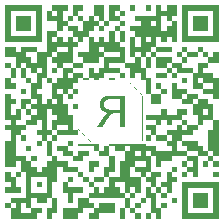
<source format=gbo>
G04*
G04 #@! TF.GenerationSoftware,Altium Limited,Altium Designer,22.1.2 (22)*
G04*
G04 Layer_Color=32896*
%FSLAX25Y25*%
%MOIN*%
G70*
G04*
G04 #@! TF.SameCoordinates,DE848DBD-6215-49A0-A964-8366D708164F*
G04*
G04*
G04 #@! TF.FilePolarity,Positive*
G04*
G01*
G75*
G36*
X116667Y99067D02*
X114933D01*
Y97333D01*
X116667D01*
Y90400D01*
X114933D01*
Y92133D01*
X113200D01*
Y90400D01*
X111467D01*
Y92133D01*
X109733D01*
Y88667D01*
X114933D01*
Y86933D01*
X109733D01*
Y88667D01*
X108000D01*
Y86933D01*
X109733D01*
Y85200D01*
X114933D01*
Y83467D01*
X118400D01*
Y81733D01*
X121867D01*
Y80000D01*
X123600D01*
Y83467D01*
X127067D01*
Y81733D01*
X125333D01*
Y80000D01*
X128800D01*
Y78267D01*
X130533D01*
Y71333D01*
X128800D01*
Y73067D01*
X125333D01*
Y74800D01*
X121867D01*
Y80000D01*
X116667D01*
Y81733D01*
X114933D01*
Y83467D01*
X113200D01*
Y81733D01*
X114933D01*
Y80000D01*
X116667D01*
Y78267D01*
X114933D01*
Y78544D01*
Y78613D01*
Y80000D01*
X113200D01*
Y81456D01*
Y81525D01*
Y81733D01*
X109733D01*
Y85200D01*
X108000D01*
Y86933D01*
X106267D01*
Y85200D01*
X108000D01*
Y83883D01*
Y83813D01*
Y81733D01*
X106267D01*
Y85200D01*
X104533D01*
Y86933D01*
X102800D01*
Y85200D01*
X104533D01*
Y81733D01*
X106267D01*
Y78267D01*
X108000D01*
Y73067D01*
X111467D01*
Y69600D01*
X108000D01*
Y73067D01*
X106267D01*
Y77781D01*
X104533D01*
Y79584D01*
Y79653D01*
Y80000D01*
X102800D01*
Y78267D01*
X101067D01*
Y81733D01*
X99333D01*
Y83467D01*
X94133D01*
Y81733D01*
X97600D01*
Y80000D01*
X99333D01*
Y78267D01*
X97600D01*
Y80000D01*
X92400D01*
Y78267D01*
X90667D01*
Y77781D01*
X94133D01*
Y78267D01*
X95867D01*
Y77781D01*
X101483D01*
Y77712D01*
X101552D01*
Y77643D01*
X101621D01*
Y77573D01*
X101691D01*
Y77504D01*
X101760D01*
Y77435D01*
X101829D01*
Y77365D01*
X101899D01*
Y77296D01*
X101968D01*
Y77227D01*
X102037D01*
Y77157D01*
X102107D01*
Y77088D01*
X102176D01*
Y77019D01*
X102245D01*
Y76949D01*
X102315D01*
Y76880D01*
X102384D01*
Y76811D01*
X102453D01*
Y76741D01*
X102523D01*
Y76672D01*
X102592D01*
Y76603D01*
X102661D01*
Y76533D01*
X102731D01*
Y76464D01*
X102800D01*
Y76395D01*
X102869D01*
Y76325D01*
X102939D01*
Y76256D01*
X103008D01*
Y76187D01*
X103077D01*
Y76117D01*
X103147D01*
Y76048D01*
X103216D01*
Y75979D01*
X103285D01*
Y75909D01*
X103355D01*
Y75840D01*
X103424D01*
Y75771D01*
X103493D01*
Y75701D01*
X103563D01*
Y75632D01*
X103632D01*
Y75563D01*
X103701D01*
Y75493D01*
X103771D01*
Y75424D01*
X103840D01*
Y75355D01*
X103909D01*
Y75285D01*
X103979D01*
Y75216D01*
X104048D01*
Y75147D01*
X104117D01*
Y75077D01*
X104187D01*
Y75008D01*
X104256D01*
Y74939D01*
X104325D01*
Y74869D01*
X104395D01*
Y74800D01*
X104464D01*
Y74731D01*
X104533D01*
Y74661D01*
X104603D01*
Y74592D01*
X104672D01*
Y74523D01*
X104741D01*
Y74453D01*
X104811D01*
Y74384D01*
X104880D01*
Y74315D01*
X104949D01*
Y74245D01*
X105019D01*
Y74176D01*
X105088D01*
Y74107D01*
X105157D01*
Y74037D01*
X105227D01*
Y73968D01*
X105296D01*
Y73899D01*
X105365D01*
Y73829D01*
X105435D01*
Y73760D01*
X105504D01*
Y73691D01*
X105573D01*
Y73621D01*
X105643D01*
Y73552D01*
X105712D01*
Y73483D01*
X105781D01*
Y73413D01*
X105851D01*
Y73344D01*
X105920D01*
Y73275D01*
X105989D01*
Y73205D01*
X106059D01*
Y73136D01*
X106128D01*
Y72997D01*
X106267D01*
Y66133D01*
X111467D01*
Y67867D01*
X113200D01*
Y66133D01*
X116667D01*
Y67867D01*
X120133D01*
Y66133D01*
X118400D01*
Y64400D01*
X120133D01*
Y62667D01*
X123600D01*
Y60933D01*
X121867D01*
Y59200D01*
X118400D01*
Y57467D01*
X123600D01*
Y55733D01*
X125333D01*
Y55040D01*
Y54971D01*
Y54000D01*
X127067D01*
Y52267D01*
X128800D01*
Y50880D01*
Y50811D01*
Y50533D01*
X130533D01*
Y48800D01*
X128800D01*
Y49355D01*
Y49424D01*
Y50533D01*
X127067D01*
Y52267D01*
X123600D01*
Y54000D01*
X120133D01*
Y55733D01*
X118400D01*
Y57467D01*
X116667D01*
Y54000D01*
X120133D01*
Y52267D01*
X123600D01*
Y45333D01*
X121867D01*
Y47067D01*
X120133D01*
Y48800D01*
X118400D01*
Y50533D01*
X120133D01*
Y48800D01*
X121867D01*
Y50533D01*
X120133D01*
Y50741D01*
Y50811D01*
Y52267D01*
X114933D01*
Y50533D01*
X111467D01*
Y48800D01*
X109733D01*
Y52267D01*
X108000D01*
Y54000D01*
X106267D01*
Y52267D01*
X108000D01*
Y47067D01*
X111467D01*
Y45333D01*
X109733D01*
Y41867D01*
X111467D01*
Y40133D01*
X113200D01*
Y38400D01*
X111467D01*
Y40133D01*
X109733D01*
Y41867D01*
X108000D01*
Y43600D01*
X106267D01*
Y45333D01*
X104533D01*
Y47067D01*
X102800D01*
Y48800D01*
X101067D01*
Y45333D01*
X104533D01*
Y40133D01*
X102800D01*
Y41867D01*
X101067D01*
Y40133D01*
X102800D01*
Y38400D01*
X101067D01*
Y40133D01*
X99333D01*
Y43600D01*
X95867D01*
Y41867D01*
X97600D01*
Y40133D01*
X99333D01*
Y38400D01*
X101067D01*
Y34933D01*
X102800D01*
Y33200D01*
X104533D01*
Y31467D01*
X102800D01*
Y33131D01*
Y33200D01*
X101067D01*
Y33269D01*
Y33339D01*
Y34933D01*
X99333D01*
Y38400D01*
X87200D01*
Y40133D01*
X88933D01*
Y41867D01*
X87200D01*
Y43600D01*
X85467D01*
Y45333D01*
X83733D01*
Y47067D01*
X78533D01*
Y48800D01*
X76800D01*
Y43600D01*
X75067D01*
Y38400D01*
X76800D01*
Y37429D01*
Y37360D01*
Y33200D01*
X75067D01*
Y31467D01*
X73333D01*
Y34933D01*
X75067D01*
Y38400D01*
X73333D01*
Y36667D01*
X69867D01*
Y38400D01*
X68133D01*
Y34933D01*
X71600D01*
Y33200D01*
X69867D01*
Y31467D01*
X61200D01*
Y34933D01*
X59467D01*
Y36528D01*
Y36597D01*
Y36667D01*
X61200D01*
Y34933D01*
X62933D01*
Y35141D01*
Y35211D01*
Y36667D01*
X61200D01*
Y38400D01*
X66400D01*
Y47067D01*
X64667D01*
Y50533D01*
X62933D01*
Y48800D01*
X59467D01*
Y57467D01*
X61200D01*
Y60933D01*
X59467D01*
Y62667D01*
X61200D01*
Y64400D01*
X59467D01*
Y73067D01*
X61200D01*
Y71333D01*
X62933D01*
Y69600D01*
X61200D01*
Y66133D01*
X62933D01*
Y67867D01*
X64667D01*
Y64400D01*
X62933D01*
Y62667D01*
X66400D01*
Y60933D01*
X64667D01*
Y59200D01*
X66400D01*
Y57467D01*
X64667D01*
Y59200D01*
X62933D01*
Y52267D01*
X66400D01*
Y50533D01*
X68133D01*
Y48800D01*
X69867D01*
Y47067D01*
X71600D01*
Y48800D01*
X73333D01*
Y50533D01*
X75067D01*
Y52267D01*
X73333D01*
Y57467D01*
X71600D01*
Y59200D01*
X69867D01*
Y60933D01*
X71600D01*
Y64400D01*
X69867D01*
Y62667D01*
X66400D01*
Y64400D01*
X68133D01*
Y66133D01*
X66400D01*
Y67867D01*
X64667D01*
Y69531D01*
Y69600D01*
Y71333D01*
X68133D01*
Y69600D01*
X69867D01*
Y71333D01*
X68133D01*
Y76533D01*
X66400D01*
Y76811D01*
Y76880D01*
Y78267D01*
X64667D01*
Y81733D01*
X62933D01*
Y85200D01*
X59467D01*
Y88667D01*
X62933D01*
Y86933D01*
X64667D01*
Y88667D01*
X69867D01*
Y86933D01*
X73333D01*
Y93867D01*
X76800D01*
Y92133D01*
X78533D01*
Y90400D01*
X80267D01*
Y92133D01*
X82000D01*
Y90400D01*
X83733D01*
Y88667D01*
X82000D01*
Y83467D01*
X85467D01*
Y81733D01*
X82000D01*
Y83467D01*
X78533D01*
Y81733D01*
X82000D01*
Y80000D01*
X85467D01*
Y78267D01*
X87200D01*
Y77781D01*
X88933D01*
Y78267D01*
X87200D01*
Y81733D01*
X88933D01*
Y80000D01*
X90667D01*
Y81733D01*
X92400D01*
Y85200D01*
X90667D01*
Y83467D01*
X85467D01*
Y85200D01*
X83733D01*
Y86933D01*
X87200D01*
Y92133D01*
X85467D01*
Y90400D01*
X83733D01*
Y92133D01*
X82000D01*
Y93867D01*
X80267D01*
Y95600D01*
X78533D01*
Y93867D01*
X76800D01*
Y94005D01*
Y94075D01*
Y97333D01*
X73333D01*
Y100800D01*
X75067D01*
Y99067D01*
X76800D01*
Y100800D01*
X75067D01*
Y102533D01*
X80267D01*
Y100800D01*
X78533D01*
Y97333D01*
X80267D01*
Y95600D01*
X83733D01*
Y93867D01*
X85467D01*
Y97333D01*
X83733D01*
Y99067D01*
X82000D01*
Y102533D01*
X85467D01*
Y101493D01*
Y101424D01*
Y100800D01*
X83733D01*
Y99067D01*
X85467D01*
Y97333D01*
X87200D01*
Y99067D01*
X88933D01*
Y97333D01*
X90667D01*
Y95600D01*
X92400D01*
Y93867D01*
X90667D01*
Y94005D01*
Y94075D01*
Y95600D01*
X88933D01*
Y93867D01*
X87200D01*
Y92133D01*
X88933D01*
Y90400D01*
X90667D01*
Y92133D01*
X92400D01*
Y90400D01*
X94133D01*
Y93867D01*
X95867D01*
Y90400D01*
X97600D01*
Y88667D01*
X99333D01*
Y83467D01*
X102800D01*
Y85200D01*
X101067D01*
Y92133D01*
X102800D01*
Y88667D01*
X104533D01*
Y92133D01*
X102800D01*
Y93867D01*
X101067D01*
Y95600D01*
X104533D01*
Y97333D01*
X102800D01*
Y99067D01*
X109733D01*
Y102533D01*
X111467D01*
Y100800D01*
X113200D01*
Y102533D01*
X116667D01*
Y99067D01*
D02*
G37*
G36*
X108000Y100800D02*
X106267D01*
Y102533D01*
X108000D01*
Y100800D01*
D02*
G37*
G36*
X102800D02*
X101067D01*
Y102533D01*
X102800D01*
Y100800D01*
D02*
G37*
G36*
X97600D02*
X99333D01*
Y99067D01*
X97600D01*
Y100800D01*
X95867D01*
Y99067D01*
X97600D01*
Y97333D01*
X99333D01*
Y95600D01*
X97600D01*
Y97333D01*
X94133D01*
Y102533D01*
X97600D01*
Y100800D01*
D02*
G37*
G36*
X82000Y97333D02*
X80267D01*
Y99067D01*
X82000D01*
Y97333D01*
D02*
G37*
G36*
X92400D02*
X94133D01*
Y95600D01*
X92400D01*
Y97333D01*
X90667D01*
Y99067D01*
X88933D01*
Y101147D01*
Y101216D01*
Y102533D01*
X92400D01*
Y97333D01*
D02*
G37*
G36*
X130533Y90400D02*
X118400D01*
Y96640D01*
Y96709D01*
Y102533D01*
X130533D01*
Y90400D01*
D02*
G37*
G36*
X97600Y93867D02*
X99333D01*
Y90400D01*
X97600D01*
Y93659D01*
Y93728D01*
Y93867D01*
X95867D01*
Y95600D01*
X97600D01*
Y93867D01*
D02*
G37*
G36*
X71600Y90400D02*
X59467D01*
Y102533D01*
X71600D01*
Y90400D01*
D02*
G37*
G36*
X120133Y86933D02*
X123600D01*
Y85200D01*
X120133D01*
Y85755D01*
Y85824D01*
Y86933D01*
X118400D01*
Y88667D01*
X120133D01*
Y86933D01*
D02*
G37*
G36*
X125333Y87003D02*
Y86933D01*
X127067D01*
Y85477D01*
Y85408D01*
Y85200D01*
X128800D01*
Y86933D01*
X130533D01*
Y83467D01*
X127067D01*
Y85200D01*
X125333D01*
Y86933D01*
X123600D01*
Y88667D01*
X125333D01*
Y87003D01*
D02*
G37*
G36*
X118400Y86864D02*
Y86795D01*
Y85200D01*
X120133D01*
Y83467D01*
X118400D01*
Y85200D01*
X116667D01*
Y86933D01*
X118400D01*
Y86864D01*
D02*
G37*
G36*
X113200Y78683D02*
Y78613D01*
Y78267D01*
X109733D01*
Y80000D01*
X113200D01*
Y78683D01*
D02*
G37*
G36*
X61200Y81733D02*
X62933D01*
Y79653D01*
Y79584D01*
Y78267D01*
X61200D01*
Y81733D01*
X59467D01*
Y83467D01*
X61200D01*
Y81733D01*
D02*
G37*
G36*
X120133Y76533D02*
X118400D01*
Y78267D01*
X120133D01*
Y76533D01*
D02*
G37*
G36*
X61200D02*
X62933D01*
Y74800D01*
X59467D01*
Y78267D01*
X61200D01*
Y76533D01*
D02*
G37*
G36*
X111467Y75909D02*
Y75840D01*
Y74800D01*
X113200D01*
Y73067D01*
X111467D01*
Y73413D01*
Y73483D01*
Y74800D01*
X109733D01*
Y76533D01*
X111467D01*
Y75909D01*
D02*
G37*
G36*
X66400Y73067D02*
X64667D01*
Y74315D01*
Y74384D01*
Y74800D01*
X66400D01*
Y73067D01*
D02*
G37*
G36*
X71600Y55733D02*
X69867D01*
Y57467D01*
X71600D01*
Y55733D01*
D02*
G37*
G36*
X68133Y54000D02*
X66400D01*
Y55733D01*
X68133D01*
Y54000D01*
D02*
G37*
G36*
X116667Y74800D02*
X120133D01*
Y73067D01*
X123600D01*
Y71333D01*
X127067D01*
Y69600D01*
X128800D01*
Y68005D01*
Y67936D01*
Y64400D01*
X130533D01*
Y52267D01*
X128800D01*
Y54000D01*
X127067D01*
Y57813D01*
Y57883D01*
Y60933D01*
X128800D01*
Y64400D01*
X125333D01*
Y62667D01*
X123600D01*
Y66133D01*
X121867D01*
Y69600D01*
X118400D01*
Y70640D01*
Y70709D01*
Y71333D01*
X114933D01*
Y76533D01*
X116667D01*
Y74800D01*
D02*
G37*
G36*
X69867Y52197D02*
Y52128D01*
Y50533D01*
X68133D01*
Y52267D01*
X69867D01*
Y52197D01*
D02*
G37*
G36*
X127067Y49008D02*
Y48939D01*
Y48800D01*
X125333D01*
Y50533D01*
X127067D01*
Y49008D01*
D02*
G37*
G36*
X116667Y48037D02*
Y47968D01*
Y47067D01*
X114933D01*
Y48800D01*
X116667D01*
Y48037D01*
D02*
G37*
G36*
X130533Y46235D02*
Y46165D01*
Y45333D01*
X128800D01*
Y47067D01*
X130533D01*
Y46235D01*
D02*
G37*
G36*
X120133Y45333D02*
X118400D01*
Y47067D01*
X120133D01*
Y45333D01*
D02*
G37*
G36*
X64667D02*
X62933D01*
Y47067D01*
X64667D01*
Y45333D01*
D02*
G37*
G36*
X82000Y43600D02*
X80267D01*
Y45333D01*
X82000D01*
Y43600D01*
D02*
G37*
G36*
X114933Y45333D02*
X116667D01*
Y43600D01*
X114933D01*
Y40133D01*
X113200D01*
Y41867D01*
X111467D01*
Y43600D01*
X113200D01*
Y47067D01*
X114933D01*
Y45333D01*
D02*
G37*
G36*
X61200D02*
X62933D01*
Y41867D01*
X64667D01*
Y40133D01*
X59467D01*
Y41867D01*
X61200D01*
Y43600D01*
X59467D01*
Y47067D01*
X61200D01*
Y45333D01*
D02*
G37*
G36*
X116667Y36667D02*
X114933D01*
Y38400D01*
X116667D01*
Y36667D01*
D02*
G37*
G36*
X106267D02*
X104533D01*
Y37637D01*
Y37707D01*
Y38400D01*
X106267D01*
Y36667D01*
D02*
G37*
G36*
X80267Y41867D02*
X85467D01*
Y40133D01*
X82000D01*
Y36667D01*
X80267D01*
Y38608D01*
Y38677D01*
Y40133D01*
X78533D01*
Y43600D01*
X80267D01*
Y41867D01*
D02*
G37*
G36*
X113200Y34933D02*
X111467D01*
Y36667D01*
X113200D01*
Y34933D01*
D02*
G37*
G36*
X104533D02*
X102800D01*
Y35280D01*
Y35349D01*
Y36667D01*
X104533D01*
Y34933D01*
D02*
G37*
G36*
X130533Y31467D02*
X118400D01*
Y33339D01*
Y33408D01*
Y43600D01*
X130533D01*
Y31467D01*
D02*
G37*
G36*
X108000Y40133D02*
X109733D01*
Y34933D01*
X111467D01*
Y32992D01*
Y32923D01*
Y31467D01*
X109733D01*
Y33200D01*
X108000D01*
Y38400D01*
X106267D01*
Y41867D01*
X108000D01*
Y40133D01*
D02*
G37*
G36*
Y31467D02*
X106267D01*
Y33200D01*
X108000D01*
Y31467D01*
D02*
G37*
G36*
X99333D02*
X97600D01*
Y34933D01*
X99333D01*
Y31467D01*
D02*
G37*
G36*
X87200Y36667D02*
X88933D01*
Y34933D01*
X90667D01*
Y36667D01*
X95867D01*
Y33200D01*
X90667D01*
Y31467D01*
X87200D01*
Y33200D01*
X88933D01*
Y34933D01*
X85467D01*
Y33200D01*
X83733D01*
Y31467D01*
X78533D01*
Y34933D01*
X83733D01*
Y38400D01*
X87200D01*
Y36667D01*
D02*
G37*
%LPC*%
G36*
X109733Y97333D02*
X108000D01*
Y96432D01*
Y96363D01*
Y95600D01*
X109733D01*
Y97333D01*
D02*
G37*
G36*
X113200Y99067D02*
X111467D01*
Y97056D01*
Y96987D01*
Y93867D01*
X113200D01*
Y95600D01*
X114933D01*
Y97333D01*
X113200D01*
Y99067D01*
D02*
G37*
G36*
X108000Y92133D02*
X106267D01*
Y90400D01*
X108000D01*
Y91440D01*
Y91509D01*
Y92133D01*
D02*
G37*
G36*
X76800D02*
X75067D01*
Y90400D01*
X76800D01*
Y92133D01*
D02*
G37*
G36*
X80267Y88667D02*
X76800D01*
Y86933D01*
X80267D01*
Y88667D01*
D02*
G37*
G36*
X92400D02*
X90667D01*
Y86933D01*
X92400D01*
Y85200D01*
X97600D01*
Y86933D01*
X92400D01*
Y88667D01*
D02*
G37*
G36*
X76800Y86933D02*
X75067D01*
Y85200D01*
X76800D01*
Y86933D01*
D02*
G37*
G36*
X69867D02*
X66400D01*
Y85200D01*
X68133D01*
Y83467D01*
X69867D01*
Y86933D01*
D02*
G37*
G36*
X71600Y81733D02*
X69867D01*
Y80000D01*
X71600D01*
Y81733D01*
D02*
G37*
G36*
X82000Y80000D02*
X80267D01*
Y78267D01*
X82000D01*
Y80000D01*
D02*
G37*
G36*
X85467Y78267D02*
X83733D01*
Y77781D01*
X85467D01*
Y78267D01*
D02*
G37*
G36*
X75067Y85200D02*
X73333D01*
Y78267D01*
X75067D01*
Y76533D01*
X76800D01*
Y78267D01*
X78533D01*
Y81733D01*
X76800D01*
Y83467D01*
X75067D01*
Y85200D01*
D02*
G37*
G36*
X66400Y83467D02*
X64667D01*
Y81733D01*
X66400D01*
Y81664D01*
Y81595D01*
Y78267D01*
X68133D01*
Y76533D01*
X69867D01*
Y80000D01*
X68133D01*
Y81733D01*
X66400D01*
Y83467D01*
D02*
G37*
G36*
X125333Y78267D02*
X123600D01*
Y76533D01*
X125333D01*
Y74800D01*
X128800D01*
Y76533D01*
X125333D01*
Y78267D01*
D02*
G37*
G36*
X83733Y76533D02*
X82000D01*
Y74800D01*
X83733D01*
Y76533D01*
D02*
G37*
G36*
X82000Y74800D02*
X80267D01*
Y73067D01*
X82000D01*
Y72304D01*
Y72235D01*
Y71333D01*
X80267D01*
Y73067D01*
X78533D01*
Y74800D01*
X76800D01*
Y73067D01*
X78533D01*
Y69600D01*
X80267D01*
Y66133D01*
X82000D01*
Y60933D01*
X83733D01*
Y59200D01*
X76800D01*
Y60933D01*
X75067D01*
Y64400D01*
X76800D01*
Y66133D01*
X75067D01*
Y67867D01*
X73333D01*
Y60933D01*
X75067D01*
Y59200D01*
X76800D01*
Y57467D01*
X75067D01*
Y57813D01*
Y57883D01*
Y59200D01*
X73333D01*
Y58853D01*
Y58784D01*
Y57467D01*
X75067D01*
Y52267D01*
X76800D01*
Y50533D01*
X80267D01*
Y48800D01*
X83733D01*
Y47067D01*
X85467D01*
Y45957D01*
Y45888D01*
Y45333D01*
X87200D01*
Y43600D01*
X88933D01*
Y41867D01*
X90667D01*
Y40133D01*
X92400D01*
Y41867D01*
X94133D01*
Y45333D01*
X92400D01*
Y48800D01*
X94133D01*
Y52267D01*
X90667D01*
Y54000D01*
X88933D01*
Y55733D01*
X83733D01*
Y56219D01*
X90667D01*
Y54000D01*
X92400D01*
Y55733D01*
X94133D01*
Y52267D01*
X95867D01*
Y50256D01*
Y50187D01*
Y47067D01*
X94133D01*
Y45333D01*
X97600D01*
Y50533D01*
X99333D01*
Y54000D01*
X95867D01*
Y55733D01*
X94133D01*
Y56219D01*
X106267D01*
Y55733D01*
X109733D01*
Y54000D01*
X114933D01*
Y55733D01*
X113200D01*
Y57467D01*
X109733D01*
Y59200D01*
X108000D01*
Y60933D01*
X106267D01*
Y59200D01*
X108000D01*
Y57467D01*
X106267D01*
Y56288D01*
X88587D01*
Y56357D01*
X88517D01*
Y56427D01*
X88448D01*
Y56496D01*
X88379D01*
Y56565D01*
X88309D01*
Y56635D01*
X88240D01*
Y56704D01*
X88171D01*
Y56773D01*
X88101D01*
Y56843D01*
X88032D01*
Y56912D01*
X87963D01*
Y56981D01*
X87893D01*
Y57051D01*
X87824D01*
Y57120D01*
X87755D01*
Y57189D01*
X87685D01*
Y57259D01*
X87616D01*
Y57328D01*
X87547D01*
Y57397D01*
X87477D01*
Y57467D01*
X87408D01*
Y57536D01*
X87339D01*
Y57605D01*
X87269D01*
Y57675D01*
X87200D01*
Y57744D01*
X87131D01*
Y57813D01*
X87061D01*
Y57883D01*
X86992D01*
Y57952D01*
X86923D01*
Y58021D01*
X86853D01*
Y58091D01*
X86784D01*
Y58160D01*
X86715D01*
Y58229D01*
X86645D01*
Y58299D01*
X86576D01*
Y58368D01*
X86507D01*
Y58437D01*
X86437D01*
Y58507D01*
X86368D01*
Y58576D01*
X86299D01*
Y58645D01*
X86229D01*
Y58715D01*
X86160D01*
Y58784D01*
X86091D01*
Y58853D01*
X86021D01*
Y58923D01*
X85952D01*
Y58992D01*
X85883D01*
Y59061D01*
X85813D01*
Y59131D01*
X85744D01*
Y59200D01*
X85675D01*
Y59269D01*
X85605D01*
Y59339D01*
X85536D01*
Y59408D01*
X85467D01*
Y59477D01*
X85397D01*
Y59547D01*
X85328D01*
Y59616D01*
X85259D01*
Y59685D01*
X85189D01*
Y59755D01*
X85120D01*
Y59824D01*
X85051D01*
Y59893D01*
X84981D01*
Y59963D01*
X84912D01*
Y60032D01*
X84843D01*
Y60101D01*
X84773D01*
Y60171D01*
X84704D01*
Y60240D01*
X84635D01*
Y60309D01*
X84565D01*
Y60379D01*
X84496D01*
Y60448D01*
X84427D01*
Y60517D01*
X84357D01*
Y60587D01*
X84288D01*
Y60656D01*
X84219D01*
Y60725D01*
X84149D01*
Y60795D01*
X84080D01*
Y60864D01*
X84011D01*
Y60933D01*
X83941D01*
Y61003D01*
X83872D01*
Y61072D01*
X83803D01*
Y61141D01*
X83733D01*
Y67867D01*
X82000D01*
Y69600D01*
X83733D01*
Y73067D01*
X82000D01*
Y74800D01*
D02*
G37*
G36*
X73333Y78267D02*
X71600D01*
Y74800D01*
X69867D01*
Y73067D01*
X71600D01*
Y69600D01*
X73333D01*
Y71333D01*
X75067D01*
Y69600D01*
X76800D01*
Y71333D01*
X75067D01*
Y76533D01*
X73333D01*
Y78267D01*
D02*
G37*
G36*
X68133Y69600D02*
X66400D01*
Y67867D01*
X68133D01*
Y66133D01*
X69867D01*
Y67867D01*
X68133D01*
Y69600D01*
D02*
G37*
G36*
X118400Y64400D02*
X114933D01*
Y62667D01*
X113200D01*
Y64400D01*
X111467D01*
Y62667D01*
X109733D01*
Y64400D01*
X106267D01*
Y62667D01*
X109733D01*
Y59200D01*
X113200D01*
Y57467D01*
X114933D01*
Y59200D01*
X113200D01*
Y60933D01*
X116667D01*
Y62667D01*
X118400D01*
Y60933D01*
X120133D01*
Y62667D01*
X118400D01*
Y64400D01*
D02*
G37*
G36*
X80267Y62667D02*
X76800D01*
Y60933D01*
X80267D01*
Y62667D01*
D02*
G37*
G36*
X101344Y77712D02*
X83872D01*
Y77643D01*
X83803D01*
Y61211D01*
X83872D01*
Y61141D01*
X83941D01*
Y61072D01*
X84011D01*
Y61003D01*
X84080D01*
Y60933D01*
X84149D01*
Y60864D01*
X84219D01*
Y60795D01*
X84288D01*
Y60725D01*
X84357D01*
Y60656D01*
X84427D01*
Y60587D01*
X84496D01*
Y60517D01*
X84565D01*
Y60448D01*
X84635D01*
Y60379D01*
X84704D01*
Y60309D01*
X84773D01*
Y60240D01*
X84843D01*
Y60171D01*
X84912D01*
Y60101D01*
X84981D01*
Y60032D01*
X85051D01*
Y59963D01*
X85120D01*
Y59893D01*
X85189D01*
Y59824D01*
X85259D01*
Y59755D01*
X85328D01*
Y59685D01*
X85397D01*
Y59616D01*
X85467D01*
Y59547D01*
X85536D01*
Y59477D01*
X85605D01*
Y59408D01*
X85675D01*
Y59339D01*
X85744D01*
Y59269D01*
X85813D01*
Y59200D01*
X85883D01*
Y59131D01*
X85952D01*
Y59061D01*
X86021D01*
Y58992D01*
X86091D01*
Y58923D01*
X86160D01*
Y58853D01*
X86229D01*
Y58784D01*
X86299D01*
Y58715D01*
X86368D01*
Y58645D01*
X86437D01*
Y58576D01*
X86507D01*
Y58507D01*
X86576D01*
Y58437D01*
X86645D01*
Y58368D01*
X86715D01*
Y58299D01*
X86784D01*
Y58229D01*
X86853D01*
Y58160D01*
X86923D01*
Y58091D01*
X86992D01*
Y58021D01*
X87061D01*
Y57952D01*
X87131D01*
Y57883D01*
X87200D01*
Y57813D01*
X87269D01*
Y57744D01*
X87339D01*
Y57675D01*
X87408D01*
Y57605D01*
X87477D01*
Y57536D01*
X87547D01*
Y57467D01*
X87616D01*
Y57397D01*
X87685D01*
Y57328D01*
X87755D01*
Y57259D01*
X87824D01*
Y57189D01*
X87893D01*
Y57120D01*
X87963D01*
Y57051D01*
X88032D01*
Y56981D01*
X88101D01*
Y56912D01*
X88171D01*
Y56843D01*
X88240D01*
Y56773D01*
X88309D01*
Y56704D01*
X88379D01*
Y56635D01*
X88448D01*
Y56565D01*
X88517D01*
Y56496D01*
X88587D01*
Y56427D01*
X106197D01*
Y72859D01*
X106128D01*
Y72997D01*
X106059D01*
Y73067D01*
X105989D01*
Y73136D01*
X105920D01*
Y73205D01*
X105851D01*
Y73275D01*
X105781D01*
Y73344D01*
X105712D01*
Y73413D01*
X105643D01*
Y73483D01*
X105573D01*
Y73552D01*
X105504D01*
Y73621D01*
X105435D01*
Y73691D01*
X105365D01*
Y73760D01*
X105296D01*
Y73829D01*
X105227D01*
Y73899D01*
X105157D01*
Y73968D01*
X105088D01*
Y74037D01*
X105019D01*
Y74107D01*
X104949D01*
Y74176D01*
X104880D01*
Y74245D01*
X104811D01*
Y74315D01*
X104741D01*
Y74384D01*
X104672D01*
Y74453D01*
X104603D01*
Y74523D01*
X104533D01*
Y74592D01*
X104464D01*
Y74661D01*
X104395D01*
Y74731D01*
X104325D01*
Y74800D01*
X104256D01*
Y74869D01*
X104187D01*
Y74939D01*
X104117D01*
Y75008D01*
X104048D01*
Y75077D01*
X103979D01*
Y75147D01*
X103909D01*
Y75216D01*
X103840D01*
Y75285D01*
X103771D01*
Y75355D01*
X103701D01*
Y75424D01*
X103632D01*
Y75493D01*
X103563D01*
Y75563D01*
X103493D01*
Y75632D01*
X103424D01*
Y75701D01*
X103355D01*
Y75771D01*
X103285D01*
Y75840D01*
X103216D01*
Y75909D01*
X103147D01*
Y75979D01*
X103077D01*
Y76048D01*
X103008D01*
Y76117D01*
X102939D01*
Y76187D01*
X102869D01*
Y76256D01*
X102800D01*
Y76325D01*
X102731D01*
Y76395D01*
X102661D01*
Y76464D01*
X102592D01*
Y76533D01*
X102523D01*
Y76603D01*
X102453D01*
Y76672D01*
X102384D01*
Y76741D01*
X102315D01*
Y76811D01*
X102245D01*
Y76880D01*
X102176D01*
Y76949D01*
X102107D01*
Y77019D01*
X102037D01*
Y77088D01*
X101968D01*
Y77157D01*
X101899D01*
Y77227D01*
X101829D01*
Y77296D01*
X101760D01*
Y77365D01*
X101691D01*
Y77435D01*
X101621D01*
Y77504D01*
X101552D01*
Y77573D01*
X101483D01*
Y77643D01*
X101344D01*
Y77712D01*
D02*
G37*
G36*
X101067Y55733D02*
X99333D01*
Y54000D01*
X101067D01*
Y55733D01*
D02*
G37*
G36*
X104533Y54000D02*
X102800D01*
Y53931D01*
Y53861D01*
Y52267D01*
X104533D01*
Y54000D01*
D02*
G37*
G36*
X106267Y50533D02*
X102800D01*
Y48800D01*
X106267D01*
Y50533D01*
D02*
G37*
G36*
X108000Y47067D02*
X106267D01*
Y45333D01*
X108000D01*
Y47067D01*
D02*
G37*
G36*
X73333Y45333D02*
X68133D01*
Y40133D01*
X73333D01*
Y45333D01*
D02*
G37*
G36*
X66400Y36667D02*
X64667D01*
Y33200D01*
X68133D01*
Y34933D01*
X66400D01*
Y36667D01*
D02*
G37*
%LPD*%
G36*
X76800Y80000D02*
X75067D01*
Y81317D01*
Y81387D01*
Y81733D01*
X76800D01*
Y80000D01*
D02*
G37*
G36*
X82000Y55733D02*
X80267D01*
Y57189D01*
Y57259D01*
Y57467D01*
X82000D01*
Y55733D01*
D02*
G37*
G36*
X80267Y54000D02*
X82000D01*
Y52267D01*
X83733D01*
Y54000D01*
X87200D01*
Y52267D01*
X85467D01*
Y50533D01*
X82000D01*
Y52267D01*
X78533D01*
Y54000D01*
X76800D01*
Y55733D01*
X80267D01*
Y54000D01*
D02*
G37*
G36*
X90667Y48800D02*
X88933D01*
Y47067D01*
X87200D01*
Y47344D01*
Y47413D01*
Y50533D01*
X90667D01*
Y48800D01*
D02*
G37*
G36*
X92400Y43600D02*
X88933D01*
Y45333D01*
X92400D01*
Y43600D01*
D02*
G37*
G36*
X100928Y76741D02*
X100997D01*
Y76672D01*
X101067D01*
Y76603D01*
X101136D01*
Y76533D01*
X101205D01*
Y76464D01*
X101275D01*
Y76395D01*
X101344D01*
Y76325D01*
X101413D01*
Y76256D01*
X101483D01*
Y76187D01*
X101552D01*
Y76117D01*
X101621D01*
Y76048D01*
X101691D01*
Y75979D01*
X101760D01*
Y75909D01*
X101829D01*
Y75840D01*
X101899D01*
Y75771D01*
X101968D01*
Y75701D01*
X102037D01*
Y75632D01*
X102107D01*
Y75563D01*
X102176D01*
Y75493D01*
X102245D01*
Y75424D01*
X102315D01*
Y75355D01*
X102384D01*
Y75285D01*
X102453D01*
Y75216D01*
X102523D01*
Y75147D01*
X102592D01*
Y75077D01*
X102661D01*
Y75008D01*
X102731D01*
Y74939D01*
X102800D01*
Y74869D01*
X102869D01*
Y74800D01*
X102939D01*
Y74731D01*
X103008D01*
Y74661D01*
X103077D01*
Y74592D01*
X103147D01*
Y74523D01*
X103216D01*
Y74453D01*
X103285D01*
Y74384D01*
X103355D01*
Y74315D01*
X103424D01*
Y74245D01*
X103493D01*
Y74176D01*
X103563D01*
Y74107D01*
X103632D01*
Y74037D01*
X103701D01*
Y73968D01*
X103771D01*
Y73899D01*
X103840D01*
Y73829D01*
X103909D01*
Y73760D01*
X103979D01*
Y73691D01*
X104048D01*
Y73621D01*
X104117D01*
Y73552D01*
X104187D01*
Y73483D01*
X104256D01*
Y73413D01*
X104325D01*
Y73344D01*
X104395D01*
Y73275D01*
X104464D01*
Y73205D01*
X104533D01*
Y73136D01*
X104603D01*
Y73067D01*
X104672D01*
Y72997D01*
X104741D01*
Y72928D01*
X104811D01*
Y72859D01*
X104880D01*
Y72789D01*
X104949D01*
Y72720D01*
X105019D01*
Y72651D01*
X105088D01*
Y72581D01*
X105157D01*
Y72512D01*
X105227D01*
Y57259D01*
X89141D01*
Y57328D01*
X89072D01*
Y57397D01*
X89003D01*
Y57467D01*
X88933D01*
Y57536D01*
X88864D01*
Y57605D01*
X88795D01*
Y57675D01*
X88725D01*
Y57744D01*
X88656D01*
Y57813D01*
X88587D01*
Y57883D01*
X88517D01*
Y57952D01*
X88448D01*
Y58021D01*
X88379D01*
Y58091D01*
X88309D01*
Y58160D01*
X88240D01*
Y58229D01*
X88171D01*
Y58299D01*
X88101D01*
Y58368D01*
X88032D01*
Y58437D01*
X87963D01*
Y58507D01*
X87893D01*
Y58576D01*
X87824D01*
Y58645D01*
X87755D01*
Y58715D01*
X87685D01*
Y58784D01*
X87616D01*
Y58853D01*
X87547D01*
Y58923D01*
X87477D01*
Y58992D01*
X87408D01*
Y59061D01*
X87339D01*
Y59131D01*
X87269D01*
Y59200D01*
X87200D01*
Y59269D01*
X87131D01*
Y59339D01*
X87061D01*
Y59408D01*
X86992D01*
Y59477D01*
X86923D01*
Y59547D01*
X86853D01*
Y59616D01*
X86784D01*
Y59685D01*
X86715D01*
Y59755D01*
X86645D01*
Y59824D01*
X86576D01*
Y59893D01*
X86507D01*
Y59963D01*
X86437D01*
Y60032D01*
X86368D01*
Y60101D01*
X86299D01*
Y60171D01*
X86229D01*
Y60240D01*
X86160D01*
Y60309D01*
X86091D01*
Y60379D01*
X86021D01*
Y60448D01*
X85952D01*
Y60517D01*
X85883D01*
Y60587D01*
X85813D01*
Y60656D01*
X85744D01*
Y60725D01*
X85675D01*
Y60795D01*
X85605D01*
Y60864D01*
X85536D01*
Y60933D01*
X85467D01*
Y61003D01*
X85397D01*
Y61072D01*
X85328D01*
Y61141D01*
X85259D01*
Y61211D01*
X85189D01*
Y61280D01*
X85120D01*
Y61349D01*
X85051D01*
Y61419D01*
X84981D01*
Y61488D01*
X84912D01*
Y61557D01*
X84843D01*
Y61627D01*
X84773D01*
Y76811D01*
X100928D01*
Y76741D01*
D02*
G37*
%LPC*%
G36*
X100789D02*
X84912D01*
Y76672D01*
X84843D01*
Y61696D01*
X84912D01*
Y61627D01*
X84981D01*
Y61557D01*
X85051D01*
Y61488D01*
X85120D01*
Y61419D01*
X85189D01*
Y61349D01*
X85259D01*
Y61280D01*
X85328D01*
Y61211D01*
X85397D01*
Y61141D01*
X85467D01*
Y61072D01*
X85536D01*
Y61003D01*
X85605D01*
Y60933D01*
X85675D01*
Y60864D01*
X85744D01*
Y60795D01*
X85813D01*
Y60725D01*
X85883D01*
Y60656D01*
X85952D01*
Y60587D01*
X86021D01*
Y60517D01*
X86091D01*
Y60448D01*
X86160D01*
Y60379D01*
X86229D01*
Y60309D01*
X86299D01*
Y60240D01*
X86368D01*
Y60171D01*
X86437D01*
Y60101D01*
X86507D01*
Y60032D01*
X86576D01*
Y59963D01*
X86645D01*
Y59893D01*
X86715D01*
Y59824D01*
X86784D01*
Y59755D01*
X86853D01*
Y59685D01*
X86923D01*
Y59616D01*
X86992D01*
Y59547D01*
X87061D01*
Y59477D01*
X87131D01*
Y59408D01*
X87200D01*
Y59339D01*
X87269D01*
Y59269D01*
X87339D01*
Y59200D01*
X87408D01*
Y59131D01*
X87477D01*
Y59061D01*
X87547D01*
Y58992D01*
X87616D01*
Y58923D01*
X87685D01*
Y58853D01*
X87755D01*
Y58784D01*
X87824D01*
Y58715D01*
X87893D01*
Y58645D01*
X87963D01*
Y58576D01*
X88032D01*
Y58507D01*
X88101D01*
Y58437D01*
X88171D01*
Y58368D01*
X88240D01*
Y58299D01*
X88309D01*
Y58229D01*
X88379D01*
Y58160D01*
X88448D01*
Y58091D01*
X88517D01*
Y58021D01*
X88587D01*
Y57952D01*
X88656D01*
Y57883D01*
X88725D01*
Y57813D01*
X88795D01*
Y57744D01*
X88864D01*
Y57675D01*
X88933D01*
Y57605D01*
X89003D01*
Y57536D01*
X89072D01*
Y57467D01*
X89141D01*
Y57397D01*
X105157D01*
Y72443D01*
X105088D01*
Y72512D01*
X105019D01*
Y72581D01*
X104949D01*
Y72651D01*
X104880D01*
Y72720D01*
X104811D01*
Y72789D01*
X104741D01*
Y72859D01*
X104672D01*
Y72928D01*
X104603D01*
Y72997D01*
X104533D01*
Y73067D01*
X104464D01*
Y73136D01*
X104395D01*
Y73205D01*
X104325D01*
Y73275D01*
X104256D01*
Y73344D01*
X104187D01*
Y73413D01*
X104117D01*
Y73483D01*
X104048D01*
Y73552D01*
X103979D01*
Y73621D01*
X103909D01*
Y73691D01*
X103840D01*
Y73760D01*
X103771D01*
Y73829D01*
X103701D01*
Y73899D01*
X103632D01*
Y73968D01*
X103563D01*
Y74037D01*
X103493D01*
Y74107D01*
X103424D01*
Y74176D01*
X103355D01*
Y74245D01*
X103285D01*
Y74315D01*
X103216D01*
Y74384D01*
X103147D01*
Y74453D01*
X103077D01*
Y74523D01*
X103008D01*
Y74592D01*
X102939D01*
Y74661D01*
X102869D01*
Y74731D01*
X102800D01*
Y74800D01*
X102731D01*
Y74869D01*
X102661D01*
Y74939D01*
X102592D01*
Y75008D01*
X102523D01*
Y75077D01*
X102453D01*
Y75147D01*
X102384D01*
Y75216D01*
X102315D01*
Y75285D01*
X102245D01*
Y75355D01*
X102176D01*
Y75424D01*
X102107D01*
Y75493D01*
X102037D01*
Y75563D01*
X101968D01*
Y75632D01*
X101899D01*
Y75701D01*
X101829D01*
Y75771D01*
X101760D01*
Y75840D01*
X101691D01*
Y75909D01*
X101621D01*
Y75979D01*
X101552D01*
Y76048D01*
X101483D01*
Y76117D01*
X101413D01*
Y76187D01*
X101344D01*
Y76256D01*
X101275D01*
Y76325D01*
X101205D01*
Y76395D01*
X101136D01*
Y76464D01*
X101067D01*
Y76533D01*
X100997D01*
Y76603D01*
X100928D01*
Y76672D01*
X100789D01*
Y76741D01*
D02*
G37*
%LPD*%
G36*
X99195Y71611D02*
Y71541D01*
Y61973D01*
X97808D01*
Y66549D01*
X95451D01*
Y66480D01*
X95173D01*
Y66411D01*
X95035D01*
Y66341D01*
X94896D01*
Y66272D01*
X94827D01*
Y66203D01*
X94688D01*
Y66133D01*
X94619D01*
Y66064D01*
X94549D01*
Y65995D01*
X94480D01*
Y65925D01*
X94411D01*
Y65856D01*
X94341D01*
Y65787D01*
X94272D01*
Y65648D01*
X94203D01*
Y65579D01*
X94133D01*
Y65509D01*
X94064D01*
Y65440D01*
X93995D01*
Y65301D01*
X93925D01*
Y65232D01*
X93856D01*
Y65163D01*
X93787D01*
Y65024D01*
X93717D01*
Y64955D01*
X93648D01*
Y64816D01*
X93579D01*
Y64747D01*
X93509D01*
Y64608D01*
X93440D01*
Y64539D01*
X93371D01*
Y64400D01*
X93301D01*
Y64331D01*
X93232D01*
Y64192D01*
X93163D01*
Y64123D01*
X93093D01*
Y63984D01*
X93024D01*
Y63915D01*
X92955D01*
Y63776D01*
X92885D01*
Y63637D01*
X92816D01*
Y63568D01*
X92747D01*
Y63429D01*
X92677D01*
Y63360D01*
X92608D01*
Y63221D01*
X92539D01*
Y63152D01*
X92469D01*
Y63013D01*
X92400D01*
Y62875D01*
X92331D01*
Y62805D01*
X92261D01*
Y62667D01*
X92192D01*
Y62597D01*
X92123D01*
Y62459D01*
X92053D01*
Y62389D01*
X91984D01*
Y62251D01*
X91915D01*
Y62112D01*
X91845D01*
Y62043D01*
X91776D01*
Y61973D01*
X90043D01*
Y62043D01*
X90112D01*
Y62112D01*
X90181D01*
Y62251D01*
X90251D01*
Y62389D01*
X90320D01*
Y62459D01*
X90389D01*
Y62597D01*
X90459D01*
Y62667D01*
X90528D01*
Y62805D01*
X90597D01*
Y62875D01*
X90667D01*
Y63013D01*
X90736D01*
Y63152D01*
X90805D01*
Y63221D01*
X90875D01*
Y63360D01*
X90944D01*
Y63429D01*
X91013D01*
Y63568D01*
X91083D01*
Y63637D01*
X91152D01*
Y63776D01*
X91221D01*
Y63845D01*
X91291D01*
Y63984D01*
X91360D01*
Y64123D01*
X91429D01*
Y64192D01*
X91499D01*
Y64331D01*
X91568D01*
Y64400D01*
X91637D01*
Y64539D01*
X91707D01*
Y64608D01*
X91776D01*
Y64747D01*
X91845D01*
Y64816D01*
X91915D01*
Y64955D01*
X91984D01*
Y65024D01*
X92053D01*
Y65163D01*
X92123D01*
Y65232D01*
X92192D01*
Y65371D01*
X92261D01*
Y65440D01*
X92331D01*
Y65509D01*
X92400D01*
Y65579D01*
X92469D01*
Y65648D01*
X92539D01*
Y65787D01*
X92608D01*
Y65856D01*
X92677D01*
Y65925D01*
X92747D01*
Y65995D01*
X92816D01*
Y66064D01*
X92885D01*
Y66133D01*
X92955D01*
Y66203D01*
X93024D01*
Y66272D01*
X93163D01*
Y66341D01*
X93232D01*
Y66411D01*
X93371D01*
Y66480D01*
X93509D01*
Y66549D01*
X93579D01*
Y66619D01*
X93717D01*
Y66688D01*
X93648D01*
Y66757D01*
X93301D01*
Y66827D01*
X93024D01*
Y66896D01*
X92816D01*
Y66965D01*
X92608D01*
Y67035D01*
X92469D01*
Y67104D01*
X92331D01*
Y67173D01*
X92192D01*
Y67243D01*
X92053D01*
Y67312D01*
X91984D01*
Y67381D01*
X91845D01*
Y67451D01*
X91776D01*
Y67520D01*
X91707D01*
Y67589D01*
X91637D01*
Y67659D01*
X91568D01*
Y67728D01*
X91499D01*
Y67797D01*
X91429D01*
Y67867D01*
X91360D01*
Y68005D01*
X91291D01*
Y68075D01*
X91221D01*
Y68213D01*
X91152D01*
Y68352D01*
X91083D01*
Y68560D01*
X91013D01*
Y68768D01*
X90944D01*
Y69115D01*
X90875D01*
Y69947D01*
X90944D01*
Y70293D01*
X91013D01*
Y70571D01*
X91083D01*
Y70709D01*
X91152D01*
Y70848D01*
X91221D01*
Y70987D01*
X91291D01*
Y71125D01*
X91360D01*
Y71195D01*
X91429D01*
Y71333D01*
X91499D01*
Y71403D01*
X91568D01*
Y71472D01*
X91637D01*
Y71541D01*
X91707D01*
Y71611D01*
X91776D01*
Y71680D01*
X91845D01*
Y71749D01*
X91915D01*
Y71819D01*
X91984D01*
Y71888D01*
X92123D01*
Y71957D01*
X92261D01*
Y72027D01*
X92400D01*
Y72096D01*
X92539D01*
Y72165D01*
X92816D01*
Y72235D01*
X93093D01*
Y72304D01*
X93648D01*
Y72373D01*
X99195D01*
Y71611D01*
D02*
G37*
%LPC*%
G36*
X97808Y71195D02*
X93787D01*
Y71125D01*
X93509D01*
Y71056D01*
X93301D01*
Y70987D01*
X93163D01*
Y70917D01*
X93024D01*
Y70848D01*
X92955D01*
Y70779D01*
X92816D01*
Y70709D01*
X92747D01*
Y70640D01*
X92677D01*
Y70571D01*
X92608D01*
Y70432D01*
X92539D01*
Y70363D01*
X92469D01*
Y70224D01*
X92400D01*
Y70016D01*
X92331D01*
Y69045D01*
X92400D01*
Y68837D01*
X92469D01*
Y68699D01*
X92539D01*
Y68629D01*
X92608D01*
Y68491D01*
X92677D01*
Y68421D01*
X92747D01*
Y68352D01*
X92816D01*
Y68283D01*
X92885D01*
Y68213D01*
X92955D01*
Y68144D01*
X93093D01*
Y68075D01*
X93232D01*
Y68005D01*
X93371D01*
Y67936D01*
X93579D01*
Y67867D01*
X93995D01*
Y67797D01*
X97808D01*
Y70432D01*
Y70501D01*
Y71195D01*
D02*
G37*
%LPD*%
G36*
X71600Y41867D02*
X69867D01*
Y43600D01*
X71600D01*
Y41867D01*
D02*
G37*
%LPC*%
G36*
X128731Y100731D02*
X120203D01*
Y92203D01*
X128731D01*
Y100731D01*
D02*
G37*
%LPD*%
G36*
X127067Y95808D02*
Y95739D01*
Y93867D01*
X121867D01*
Y99067D01*
X127067D01*
Y95808D01*
D02*
G37*
%LPC*%
G36*
X69797Y100731D02*
X61269D01*
Y92203D01*
X69797D01*
Y100731D01*
D02*
G37*
%LPD*%
G36*
X68133Y93867D02*
X62933D01*
Y99067D01*
X68133D01*
Y93867D01*
D02*
G37*
%LPC*%
G36*
X120133Y73067D02*
X118400D01*
Y71333D01*
X120133D01*
Y73067D01*
D02*
G37*
G36*
X123600Y71333D02*
X121867D01*
Y69600D01*
X123600D01*
Y71333D01*
D02*
G37*
G36*
X127067Y67867D02*
X125333D01*
Y66133D01*
X127067D01*
Y67867D01*
D02*
G37*
G36*
X128731Y41797D02*
X120203D01*
Y33269D01*
X128731D01*
Y41797D01*
D02*
G37*
%LPD*%
G36*
X127067Y34933D02*
X121867D01*
Y40133D01*
X127067D01*
Y34933D01*
D02*
G37*
M02*

</source>
